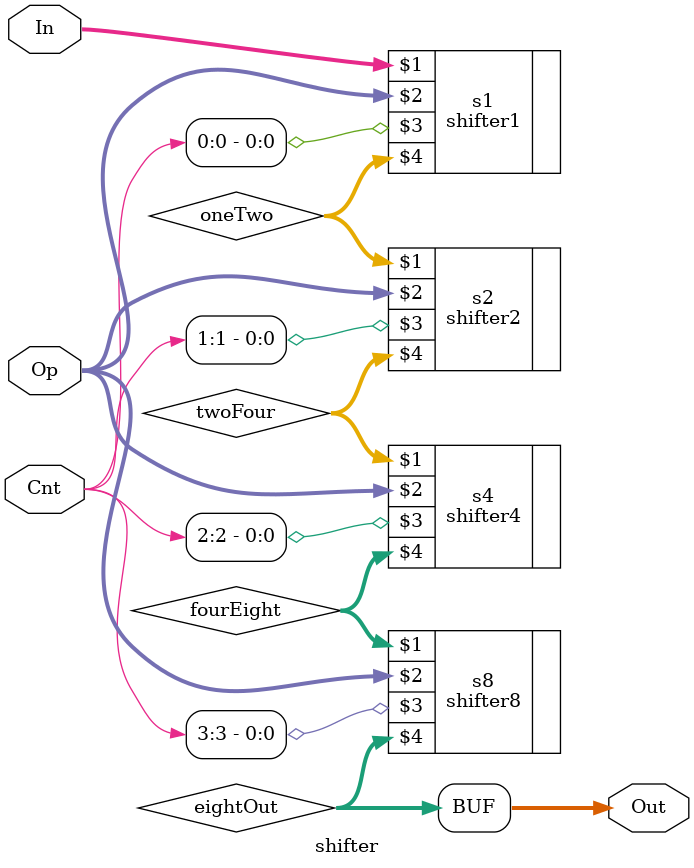
<source format=v>
module shifter (In, Cnt, Op, Out);
   input [15:0] In;
   input [3:0]  Cnt;
   input [1:0]  Op;
   output [15:0] Out;
   wire [15:0] 	 oneTwo, twoFour, fourEight, eightOut;

   shifter1 s1 (In, Op, Cnt[0], oneTwo);
   shifter2 s2 (oneTwo, Op, Cnt[1], twoFour);
   shifter4 s4 (twoFour, Op, Cnt[2], fourEight);
   shifter8 s8 (fourEight, Op, Cnt[3], eightOut);
   assign Out = eightOut;
endmodule


</source>
